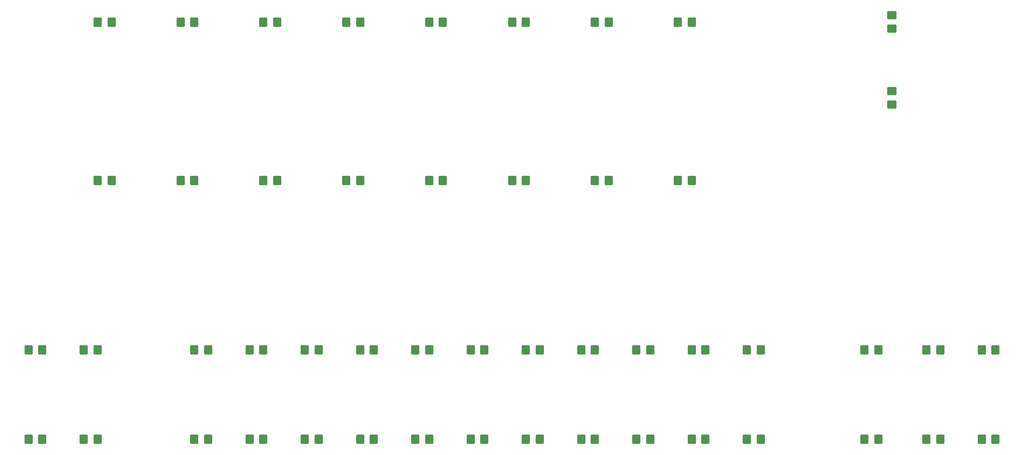
<source format=gbr>
G04 #@! TF.GenerationSoftware,KiCad,Pcbnew,(6.0.7)*
G04 #@! TF.CreationDate,2022-11-25T21:32:16+05:30*
G04 #@! TF.ProjectId,GPI-Tally-Interface-Board,4750492d-5461-46c6-9c79-2d496e746572,rev?*
G04 #@! TF.SameCoordinates,Original*
G04 #@! TF.FileFunction,Paste,Top*
G04 #@! TF.FilePolarity,Positive*
%FSLAX46Y46*%
G04 Gerber Fmt 4.6, Leading zero omitted, Abs format (unit mm)*
G04 Created by KiCad (PCBNEW (6.0.7)) date 2022-11-25 21:32:16*
%MOMM*%
%LPD*%
G01*
G04 APERTURE LIST*
G04 Aperture macros list*
%AMRoundRect*
0 Rectangle with rounded corners*
0 $1 Rounding radius*
0 $2 $3 $4 $5 $6 $7 $8 $9 X,Y pos of 4 corners*
0 Add a 4 corners polygon primitive as box body*
4,1,4,$2,$3,$4,$5,$6,$7,$8,$9,$2,$3,0*
0 Add four circle primitives for the rounded corners*
1,1,$1+$1,$2,$3*
1,1,$1+$1,$4,$5*
1,1,$1+$1,$6,$7*
1,1,$1+$1,$8,$9*
0 Add four rect primitives between the rounded corners*
20,1,$1+$1,$2,$3,$4,$5,0*
20,1,$1+$1,$4,$5,$6,$7,0*
20,1,$1+$1,$6,$7,$8,$9,0*
20,1,$1+$1,$8,$9,$2,$3,0*%
G04 Aperture macros list end*
%ADD10RoundRect,0.250000X-0.350000X-0.450000X0.350000X-0.450000X0.350000X0.450000X-0.350000X0.450000X0*%
%ADD11RoundRect,0.250000X0.350000X0.450000X-0.350000X0.450000X-0.350000X-0.450000X0.350000X-0.450000X0*%
%ADD12RoundRect,0.250000X-0.450000X0.350000X-0.450000X-0.350000X0.450000X-0.350000X0.450000X0.350000X0*%
%ADD13RoundRect,0.250000X0.450000X-0.350000X0.450000X0.350000X-0.450000X0.350000X-0.450000X-0.350000X0*%
G04 APERTURE END LIST*
D10*
X112000000Y-87000000D03*
X114000000Y-87000000D03*
X76000000Y-64000000D03*
X78000000Y-64000000D03*
D11*
X108000000Y-124500000D03*
X106000000Y-124500000D03*
D10*
X106000000Y-111500000D03*
X108000000Y-111500000D03*
X162000000Y-111500000D03*
X164000000Y-111500000D03*
X187000000Y-111500000D03*
X189000000Y-111500000D03*
D11*
X164000000Y-124500000D03*
X162000000Y-124500000D03*
X124000000Y-124500000D03*
X122000000Y-124500000D03*
X189000000Y-124500000D03*
X187000000Y-124500000D03*
D10*
X114000000Y-111500000D03*
X116000000Y-111500000D03*
D11*
X140000000Y-124500000D03*
X138000000Y-124500000D03*
D10*
X88000000Y-87000000D03*
X90000000Y-87000000D03*
X154000000Y-111500000D03*
X156000000Y-111500000D03*
X100000000Y-87000000D03*
X102000000Y-87000000D03*
X74000000Y-111500000D03*
X76000000Y-111500000D03*
X90000000Y-111500000D03*
X92000000Y-111500000D03*
X112000000Y-64000000D03*
X114000000Y-64000000D03*
D11*
X68000000Y-124500000D03*
X66000000Y-124500000D03*
D12*
X191000000Y-74000000D03*
X191000000Y-76000000D03*
D10*
X204000000Y-111500000D03*
X206000000Y-111500000D03*
X160000000Y-87000000D03*
X162000000Y-87000000D03*
D11*
X116000000Y-124500000D03*
X114000000Y-124500000D03*
D10*
X146000000Y-111500000D03*
X148000000Y-111500000D03*
X100000000Y-64000000D03*
X102000000Y-64000000D03*
X148000000Y-64000000D03*
X150000000Y-64000000D03*
X196000000Y-111500000D03*
X198000000Y-111500000D03*
D13*
X191000000Y-65000000D03*
X191000000Y-63000000D03*
D10*
X124000000Y-87000000D03*
X126000000Y-87000000D03*
X136000000Y-87000000D03*
X138000000Y-87000000D03*
X170000000Y-111500000D03*
X172000000Y-111500000D03*
X124000000Y-64000000D03*
X126000000Y-64000000D03*
D11*
X206000000Y-124500000D03*
X204000000Y-124500000D03*
D10*
X122000000Y-111500000D03*
X124000000Y-111500000D03*
X88000000Y-64000000D03*
X90000000Y-64000000D03*
X66000000Y-111500000D03*
X68000000Y-111500000D03*
D11*
X132000000Y-124500000D03*
X130000000Y-124500000D03*
D10*
X98000000Y-111500000D03*
X100000000Y-111500000D03*
D11*
X92000000Y-124500000D03*
X90000000Y-124500000D03*
D10*
X160000000Y-64000000D03*
X162000000Y-64000000D03*
D11*
X172000000Y-124500000D03*
X170000000Y-124500000D03*
X76000000Y-124500000D03*
X74000000Y-124500000D03*
X198000000Y-124500000D03*
X196000000Y-124500000D03*
D10*
X138000000Y-111500000D03*
X140000000Y-111500000D03*
D11*
X148000000Y-124500000D03*
X146000000Y-124500000D03*
X156000000Y-124500000D03*
X154000000Y-124500000D03*
D10*
X148000000Y-87000000D03*
X150000000Y-87000000D03*
D11*
X100000000Y-124500000D03*
X98000000Y-124500000D03*
D10*
X136000000Y-64000000D03*
X138000000Y-64000000D03*
X76000000Y-87000000D03*
X78000000Y-87000000D03*
X130000000Y-111500000D03*
X132000000Y-111500000D03*
M02*

</source>
